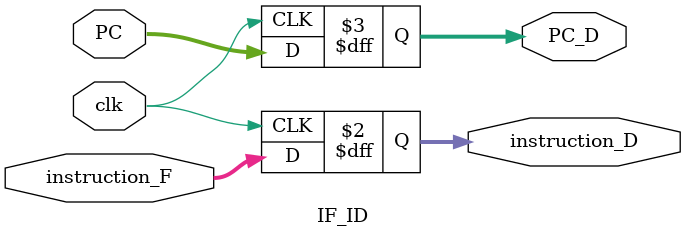
<source format=v>
module IF_ID(clk, instruction_F, PC, 
                  instruction_D, PC_D);
    input clk;
    input [31: 0] instruction_F, PC;

    output reg [31: 0] instruction_D, PC_D;

    always @(posedge clk ) begin
        instruction_D <= instruction_F;
        PC_D <= PC;
    end
endmodule
</source>
